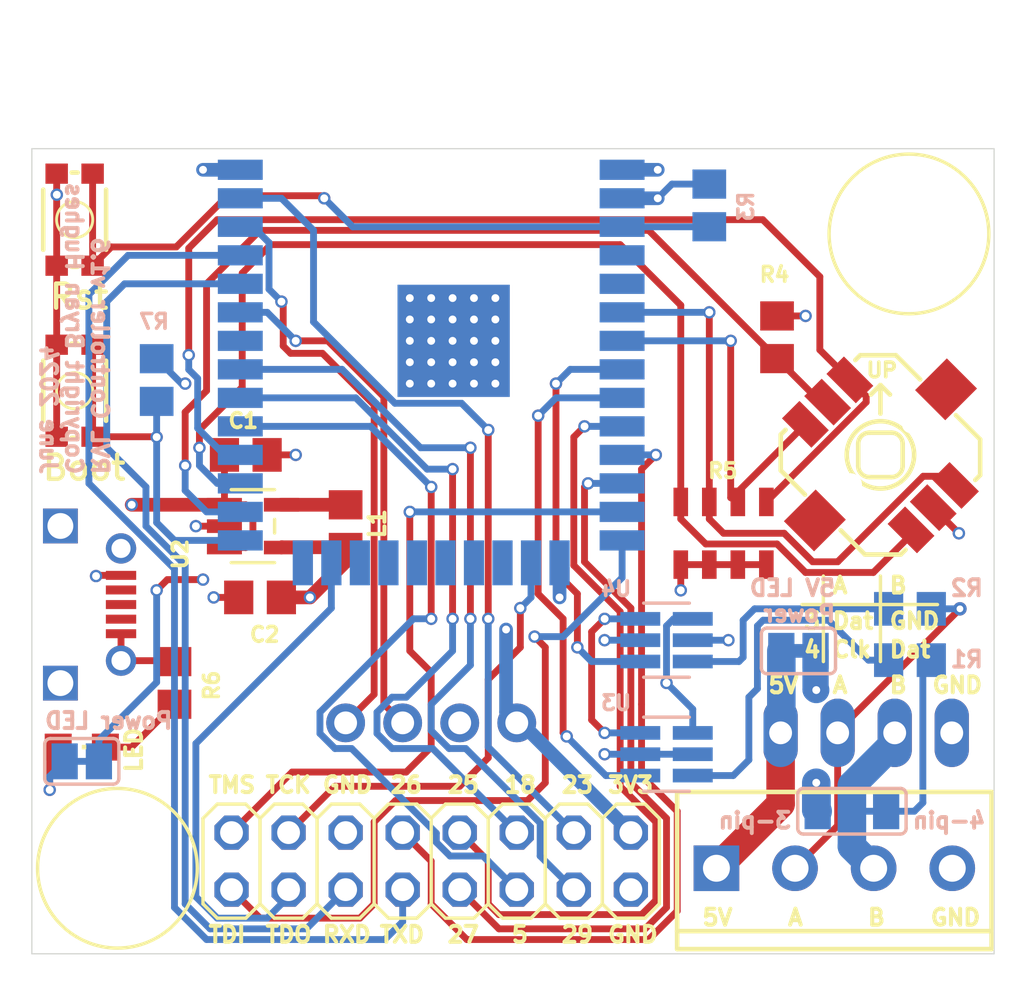
<source format=kicad_pcb>
(kicad_pcb (version 20221018) (generator pcbnew)
  (layers (0 "F.Cu" signal) (1 "In1.Cu" signal) (2 "In2.Cu" signal) (31 "B.Cu" signal) (34 "B.Paste" user) (35 "F.Paste" user) (36 "B.SilkS" user "B.Silkscreen") (37 "F.SilkS" user "F.Silkscreen") (38 "B.Mask" user) (39 "F.Mask" user) (44 "Edge.Cuts" user))
  (net 0 "")
  (net 1 "GND")
  (net 2 "+3.3V")
  (net 3 "Net-(J1-Pad2)")
  (net 4 "+5V")
  (net 5 "LED_CLOCK")
  (net 6 "LED_DATA")
  (net 7 "Net-(J1-Pad3)")
  (net 8 "TXD")
  (net 9 "RXD")
  (net 10 "GPIO23")
  (net 11 "SDA")
  (net 12 "SCL")
  (net 13 "Net-(U2-SW)")
  (net 14 "DOWN")
  (net 15 "UP")
  (net 16 "LEFT")
  (net 17 "RIGHT")
  (net 18 "CENTER")
  (net 19 "TDO")
  (net 20 "TDI")
  (net 21 "TCK")
  (net 22 "TMS")
  (net 23 "Net-(LED1-PadC)")
  (net 24 "GPIO27")
  (net 25 "GPIO25")
  (net 26 "GPIO26")
  (net 27 "Net-(U3-A)")
  (net 28 "Net-(U4-A)")
  (net 29 "GPIO5")
  (net 30 "GPIO18")
  (net 31 "GPIO19")
  (net 32 "Net-(U$2-EN)")
  (net 33 "Net-(U$2-IO0)")
  (footprint "controller:SCREWTERMINAL-3.5MM-4" (layer "F.Cu") (at 157.55985 119.1261)
    (fp_text reference "J1" hide)
    (fp_text value "CONN_04SCREW")
  )
  (footprint "controller:R0805" (layer "F.Cu") (at 133.42985 110.8711 -90)
    (fp_text reference "R6")
    (fp_text value "1k" hide)
  )
  (footprint "controller:1X04" (layer "F.Cu") (at 164.22735 113.0936)
    (fp_text reference "JP1" hide)
    (fp_text value "PINHD-1X4")
  )
  (footprint "controller:MF05A-M" (layer "F.Cu") (at 136.92235 103.8861)
    (fp_text reference "U2")
    (fp_text value "LM3671MF-3.3/NOPBMF05A-M" hide)
  )
  (footprint "MountingHole:MountingHole_3.5mm" (layer "F.Cu") (at 166.116 90.932)
    (fp_text reference "H2" hide)
    (fp_text value "MountingHole")
  )
  (footprint "controller:TACTILE_SWITCH_SMD_4.6X2.8MM" (layer "F.Cu") (at 128.98485 97.8536 90)
    (fp_text reference "S2" hide)
    (fp_text value "MOMENTARY-SWITCH-SPST-2-SMD-4.6X2.8MM")
  )
  (footprint "controller:TACTILE_SWITCH_SMD_4.6X2.8MM" (layer "F.Cu") (at 128.98485 90.2336 -90)
    (fp_text reference "S3" hide)
    (fp_text value "MOMENTARY-SWITCH-SPST-2-SMD-4.6X2.8MM")
  )
  (footprint "controller:CHIPLED_0805" (layer "F.Cu") (at 129.30235 113.7286 -90)
    (fp_text reference "LED1" hide)
    (fp_text value "Power" hide)
  )
  (footprint "controller:R0805" (layer "F.Cu") (at 160.2586 95.47235 90)
    (fp_text reference "R4")
    (fp_text value "10k" hide)
  )
  (footprint "controller:JOYSTICK_MINI" (layer "F.Cu") (at 164.86235 100.7111 -45)
    (fp_text reference "S1" hide)
    (fp_text value "JOYSTICK_MINI")
  )
  (footprint "controller:C0805" (layer "F.Cu") (at 141.04985 103.8861 -90)
    (fp_text reference "L1")
    (fp_text value "2.2uH")
  )
  (footprint "controller:2012-4N-CONCAVE" (layer "F.Cu") (at 157.87735 104.2036)
    (fp_text reference "R5")
    (fp_text value "10k" hide)
  )
  (footprint "controller:C0805" (layer "F.Cu") (at 137.23985 107.0611 180)
    (fp_text reference "C2")
    (fp_text value "10uF" hide)
  )
  (footprint "controller:2X08" (layer "F.Cu") (at 144.85985 118.8086 180)
    (fp_text reference "JP2" hide)
    (fp_text value "PINHD-2X8")
  )
  (footprint "controller:C0805" (layer "F.Cu") (at 136.60485 100.7111)
    (fp_text reference "C1")
    (fp_text value "4.7uF" hide)
  )
  (footprint "controller:SSD1306-OLED" (layer "F.Cu") (at 144.85985 114.6811)
    (fp_text reference "U$5" hide)
    (fp_text value "SSD1306-OLED" hide)
  )
  (footprint "MountingHole:MountingHole_3.5mm" (layer "F.Cu") (at 130.81 119.126)
    (fp_text reference "H1" hide)
    (fp_text value "MountingHole")
  )
  (footprint "controller:10118194-MICRO-USB" (layer "F.Cu") (at 128.34985 107.3786 -90)
    (fp_text reference "U1" hide)
    (fp_text value "10118194-MICRO-USB" hide)
  )
  (footprint "controller:DBV6-M" (layer "B.Cu") (at 155.33735 114.0461 180)
    (fp_text reference "U3")
    (fp_text value "SN74LVC1T45DBVRDBV6-M" hide)
  )
  (footprint "controller:R0805" (layer "B.Cu") (at 166.177 109.855)
    (fp_text reference "R1")
    (fp_text value "220")
  )
  (footprint "controller:SJ_2" (layer "B.Cu") (at 163.59235 116.5861 180)
    (fp_text reference "SJ1" hide)
    (fp_text value "LED Type")
  )
  (footprint "controller:SJ" (layer "B.Cu") (at 161.2111 109.44235)
    (fp_text reference "SJ3" hide)
    (fp_text value "SJ")
  )
  (footprint "controller:R0805" (layer "B.Cu") (at 132.6361 97.37735 90)
    (fp_text reference "R7")
    (fp_text value "10k" hide)
  )
  (footprint "controller:DBV6-M" (layer "B.Cu") (at 155.33735 108.9661 180)
    (fp_text reference "U4")
    (fp_text value "SN74LVC1T45DBVRDBV6-M" hide)
  )
  (footprint "controller:SJ" (layer "B.Cu") (at 129.30235 114.3636 180)
    (fp_text reference "SJ2" hide)
    (fp_text value "SJ")
  )
  (footprint "controller:ESP32-WROOM-32D" (layer "B.Cu") (at 144.85985 88.0111 180)
    (fp_text reference "U$2" hide)
    (fp_text value "ESP32-WROOM-32D" hide)
  )
  (footprint "controller:R0805" (layer "B.Cu") (at 166.177 107.569)
    (fp_text reference "R2")
    (fp_text value "220")
  )
  (footprint "controller:R0805" (layer "B.Cu") (at 157.24235 89.5986 90)
    (fp_text reference "R3")
    (fp_text value "10k" hide)
  )
  (gr_line (start 162.32235 106.1086) (end 162.32235 109.9186) (stroke (width 0.1524)) (layer "F.SilkS"))
  (gr_circle (center 130.88985 119.1261) (end 134.44585 119.1261) (stroke (width 0.1524)) (fill none) (layer "F.SilkS"))
  (gr_line (start 164.86235 106.1086) (end 164.86235 109.9186) (stroke (width 0.1524)) (layer "F.SilkS"))
  (gr_circle (center 166.13235 90.8686) (end 169.68835 90.8686) (stroke (width 0.1524)) (fill none) (layer "F.SilkS"))
  (gr_line (start 161.36985 107.3786) (end 167.40235 107.3786) (stroke (width 0.1524)) (layer "F.SilkS"))
  (gr_line (start 169.92235 122.9361) (end 169.92235 87.0711) (stroke (width 0.05)) (layer "Edge.Cuts"))
  (gr_line (start 169.92235 87.0711) (end 127.07985 87.0711) (stroke (width 0.05)) (layer "Edge.Cuts"))
  (gr_line (start 127.07985 87.0711) (end 127.07985 122.9361) (stroke (width 0.05)) (layer "Edge.Cuts"))
  (gr_line (start 127.07985 122.9361) (end 169.92235 122.9361) (stroke (width 0.05)) (layer "Edge.Cuts"))
  (gr_text "5V LED\nPower" (at 162.941 108.204) (layer "B.SilkS") (effects (font (size 0.7112 0.7112) (thickness 0.1778)) (justify left bottom mirror)))
  (gr_text "4-pin" (at 169.62485 116.5861) (layer "B.SilkS") (effects (font (size 0.7112 0.7112) (thickness 0.1778)) (justify left top mirror)))
  (gr_text "3-pin" (at 157.55985 116.5861) (layer "B.SilkS") (effects (font (size 0.7112 0.7112) (thickness 0.1778)) (justify right top mirror)))
  (gr_text "Power LED" (at 133.42985 112.1411) (layer "B.SilkS") (effects (font (size 0.7112 0.7112) (thickness 0.1778)) (justify left top mirror)))
  (gr_text "RVL Controller v1.6\nCopyright Bryan Hughes\nJune 2024" (at 127.39735 101.6636 270) (layer "B.SilkS") (effects (font (size 0.7112 0.7112) (thickness 0.1778)) (justify left bottom mirror)))
  (gr_text "GND" (at 167.08485 110.5536) (layer "F.SilkS") (effects (font (size 0.7112 0.7112) (thickness 0.1778)) (justify left top)))
  (gr_text "A" (at 160.655 120.904) (layer "F.SilkS") (effects (font (size 0.7112 0.7112) (thickness 0.1778)) (justify left top)))
  (gr_text "Boot" (at 127.46085 101.9176) (layer "F.SilkS") (effects (font (size 1.0795 1.0795) (thickness 0.1905)) (justify left bottom)))
  (gr_text "TCK" (at 137.3986 114.9986) (layer "F.SilkS") (effects (font (size 0.7112 0.7112) (thickness 0.1778)) (justify left top)))
  (gr_text "TDO" (at 137.3986 121.6661) (layer "F.SilkS") (effects (font (size 0.7112 0.7112) (thickness 0.1778)) (justify left top)))
  (gr_text "LED" (at 131.20735 112.7761 90) (layer "F.SilkS") (effects (font (size 0.7112 0.7112) (thickness 0.1778)) (justify right top)))
  (gr_text "25" (at 145.49485 114.9986) (layer "F.SilkS") (effects (font (size 0.7112 0.7112) (thickness 0.1778)) (justify left top)))
  (gr_text "GND" (at 167.005 120.904) (layer "F.SilkS") (effects (font (size 0.7112 0.7112) (thickness 0.1778)) (justify left top)))
  (gr_text "4" (at 161.36985 108.9661) (layer "F.SilkS") (effects (font (size 0.7112 0.7112) (thickness 0.1778)) (justify left top)))
  (gr_text "23" (at 150.57485 114.9986) (layer "F.SilkS") (effects (font (size 0.7112 0.7112) (thickness 0.1778)) (justify left top)))
  (gr_text "27" (at 145.49485 121.6661) (layer "F.SilkS") (effects (font (size 0.7112 0.7112) (thickness 0.1778)) (justify left top)))
  (gr_text "B" (at 165.17985 106.1086) (layer "F.SilkS") (effects (font (size 0.7112 0.7112) (thickness 0.1778)) (justify left top)))
  (gr_text "29" (at 150.57485 121.6661) (layer "F.SilkS") (effects (font (size 0.7112 0.7112) (thickness 0.1778)) (justify left top)))
  (gr_text "Dat" (at 162.63985 107.6961) (layer "F.SilkS") (effects (font (size 0.7112 0.7112) (thickness 0.1778)) (justify left top)))
  (gr_text "GND" (at 165.17985 107.6961) (layer "F.SilkS") (effects (font (size 0.7112 0.7112) (thickness 0.1778)) (justify left top)))
  (gr_text "5V" (at 159.78235 110.5536) (layer "F.SilkS") (effects (font (size 0.7112 0.7112) (thickness 0.1778)) (justify left top)))
  (gr_text "3V3" (at 152.6386 114.9986) (layer "F.SilkS") (effects (font (size 0.7112 0.7112) (thickness 0.1778)) (justify left top)))
  (gr_text "TXD" (at 142.4786 121.6661) (layer "F.SilkS") (effects (font (size 0.7112 0.7112) (thickness 0.1778)) (justify left top)))
  (gr_text "26" (at 142.95485 114.9986) (layer "F.SilkS") (effects (font (size 0.7112 0.7112) (thickness 0.1778)) (justify left top)))
  (gr_text "A" (at 162.63985 110.5536) (layer "F.SilkS") (effects (font (size 0.7112 0.7112) (thickness 0.1778)) (justify left top)))
  (gr_text "GND" (at 152.6386 121.6661) (layer "F.SilkS") (effects (font (size 0.7112 0.7112) (thickness 0.1778)) (justify left top)))
  (gr_text "3" (at 161.36985 107.6961) (layer "F.SilkS") (effects (font (size 0.7112 0.7112) (thickness 0.1778)) (justify left top)))
  (gr_text "Clk" (at 162.63985 108.9661) (layer "F.SilkS") (effects (font (size 0.7112 0.7112) (thickness 0.1778)) (justify left top)))
  (gr_text "Dat" (at 165.17985 108.9661) (layer "F.SilkS") (effects (font (size 0.7112 0.7112) (thickness 0.1778)) (justify left top)))
  (gr_text "RXD" (at 139.9386 121.6661) (layer "F.SilkS") (effects (font (size 0.7112 0.7112) (thickness 0.1778)) (justify left top)))
  (gr_text "5V" (at 156.845 120.904) (layer "F.SilkS") (effects (font (size 0.7112 0.7112) (thickness 0.1778)) (justify left top)))
  (gr_text "A" (at 162.63985 106.1086) (layer "F.SilkS") (effects (font (size 0.7112 0.7112) (thickness 0.1778)) (justify left top)))
  (gr_text "18" (at 148.03485 114.9986) (layer "F.SilkS") (effects (font (size 0.7112 0.7112) (thickness 0.1778)) (justify left top)))
  (gr_text "5" (at 148.35235 121.6661) (layer "F.SilkS") (effects (font (size 0.7112 0.7112) (thickness 0.1778)) (justify left top)))
  (gr_text "B" (at 164.211 120.904) (layer "F.SilkS") (effects (font (size 0.7112 0.7112) (thickness 0.1778)) (justify left top)))
  (gr_text "TDI" (at 134.8586 121.6661) (layer "F.SilkS") (effects (font (size 0.7112 0.7112) (thickness 0.1778)) (justify left top)))
  (gr_text "GND" (at 139.9386 114.9986) (layer "F.SilkS") (effects (font (size 0.7112 0.7112) (thickness 0.1778)) (justify left top)))
  (gr_text "TMS" (at 134.8586 114.9986) (layer "F.SilkS") (effects (font (size 0.7112 0.7112) (thickness 0.1778)) (justify left top)))
  (gr_text "Rst" (at 127.77835 94.2976) (layer "F.SilkS") (effects (font (size 1.0795 1.0795) (thickness 0.1905)) (justify left bottom)))
  (gr_text "B" (at 165.17985 110.5536) (layer "F.SilkS") (effects (font (size 0.7112 0.7112) (thickness 0.1778)) (justify left top)))
  (segment (start 168.354846 104.2036) (end 168.35485 104.2036) (width 0.3048) (layer "F.Cu") (net 1))
  (segment (start 128.18485 89.1161) (end 128.18485 88.1836) (width 0.3048) (layer "F.Cu") (net 1))
  (segment (start 128.18485 89.1286) (end 128.1911 89.12235) (width 0.3048) (layer "F.Cu") (net 1))
  (segment (start 128.18485 95.8036) (end 128.18485 92.2836) (width 0.3048) (layer "F.Cu") (net 1))
  (segment (start 131.04985 108.6786) (end 131.04985 109.8786) (width 0.3048) (layer "F.Cu") (net 1))
  (segment (start 128.18485 99.9036) (end 128.18485 95.8036) (width 0.3048) (layer "F.Cu") (net 1))
  (segment (start 131.04985 109.8786) (end 133.38735 109.8786) (width 0.3048) (layer "F.Cu") (net 1))
  (segment (start 133.38735 109.8786) (end 133.42985 109.9211) (width 0.3048) (layer "F.Cu") (net 1))
  (segment (start 128.18485 92.2836) (end 128.18485 89.1286) (width 0.3048) (layer "F.Cu") (net 1))
  (segment (start 128.1911 89.12235) (end 128.18485 89.1161) (width 0.3048) (layer "F.Cu") (net 1))
  (segment (start 136.28985 107.0611) (end 135.1761 107.0611) (width 0.3048) (layer "F.Cu") (net 1))
  (segment (start 167.213478 103.062232) (end 168.354846 104.2036) (width 0.3048) (layer "F.Cu") (net 1))
  (segment (start 135.65315 103.8861) (end 134.38235 103.8861) (width 0.3048) (layer "F.Cu") (net 1))
  (segment (start 137.55485 100.7111) (end 138.82735 100.7111) (width 0.3048) (layer "F.Cu") (net 1))
  (via (at 145.81235 93.7261) (size 0.5532) (drill 0.35) (layers "F.Cu" "B.Cu") (net 1))
  (via (at 144.85985 96.5836) (size 0.5532) (drill 0.35) (layers "F.Cu" "B.Cu") (net 1))
  (via (at 143.90735 94.6786) (size 0.5532) (drill 0.35) (layers "F.Cu" "B.Cu") (net 1))
  (via (at 158.09325 108.9661) (size 0.5532) (drill 0.35) (layers "F.Cu" "B.Cu") (net 1))
  (via (at 143.90735 95.6311) (size 0.5532) (drill 0.35) (layers "F.Cu" "B.Cu") (net 1))
  (via (at 147.71735 97.5361) (size 0.5532) (drill 0.35) (layers "F.Cu" "B.Cu") (net 1))
  (via (at 147.71735 93.7261) (size 0.5532) (drill 0.35) (layers "F.Cu" "B.Cu") (net 1))
  (via (at 145.81235 95.6311) (size 0.5532) (drill 0.35) (layers "F.Cu" "B.Cu") (net 1))
  (via (at 145.81235 96.5836) (size 0.5532) (drill 0.35) (layers "F.Cu" "B.Cu") (net 1))
  (via (at 145.81235 94.6786) (size 0.5532) (drill 0.35) (layers "F.Cu" "B.Cu") (net 1))
  (via (at 152.58145 114.0461) (size 0.5532) (drill 0.35) (layers "F.Cu" "B.Cu") (net 1))
  (via (at 146.76485 94.6786) (size 0.5532) (drill 0.35) (layers "F.Cu" "B.Cu") (net 1))
  (via (at 146.76485 95.6311) (size 0.5532) (drill 0.35) (layers "F.Cu" "B.Cu") (net 1))
  (via (at 146.76485 93.7261) (size 0.5532) (drill 0.35) (layers "F.Cu" "B.Cu") (net 1))
  (via (at 135.1761 107.0611) (size 0.5532) (drill 0.35) (layers "F.Cu" "B.Cu") (net 1))
  (via (at 152.58145 108.9661) (size 0.5532) (drill 0.35) (layers "F.Cu" "B.Cu") (net 1))
  (via (at 154.94735 88.0111) (size 0.5532) (drill 0.35) (layers "F.Cu" "B.Cu") (net 1))
  (via (at 146.76485 97.5361) (size 0.5532) (drill 0.35) (layers "F.Cu" "B.Cu") (net 1))
  (via (at 143.90735 93.7261) (size 0.5532) (drill 0.35) (layers "F.Cu" "B.Cu") (net 1))
  (via (at 162.00485 115.3161) (size 0.5532) (drill 0.35) (layers "F.Cu" "B.Cu") (net 1))
  (via (at 147.71735 95.6311) (size 0.5532) (drill 0.35) (layers "F.Cu" "B.Cu") (net 1))
  (via (at 138.82735 100.7111) (size 0.5532) (drill 0.35) (layers "F.Cu" "B.Cu") (net 1))
  (via (at 150.57485 107.0611) (size 0.5532) (drill 0.35) (layers "F.Cu" "B.Cu") (net 1))
  (via (at 147.71735 96.5836) (size 0.5532) (drill 0.35) (layers "F.Cu" "B.Cu") (net 1))
  (via (at 143.90735 97.5361) (size 0.5532) (drill 0.35) (layers "F.Cu" "B.Cu") (net 1))
  (via (at 145.81235 97.5361) (size 0.5532) (drill 0.35) (layers "F.Cu" "B.Cu") (net 1))
  (via (at 144.85985 94.6786) (size 0.5532) (drill 0.35) (layers "F.Cu" "B.Cu") (net 1))
  (via (at 128.1911 89.12235) (size 0.5532) (drill 0.35) (layers "F.Cu" "B.Cu") (net 1))
  (via (at 144.85985 93.7261) (size 0.5532) (drill 0.35) (layers "F.Cu" "B.Cu") (net 1))
  (via (at 147.71735 94.6786) (size 0.5532) (drill 0.35) (layers "F.Cu" "B.Cu") (net 1))
  (via (at 143.90735 96.5836) (size 0.5532) (drill 0.35) (layers "F.Cu" "B.Cu") (net 1))
  (via (at 134.69985 88.0111) (size 0.5532) (drill 0.35) (layers "F.Cu" "B.Cu") (net 1))
  (via (at 146.76485 96.5836) (size 0.5532) (drill 0.35) (layers "F.Cu" "B.Cu") (net 1))
  (via (at 144.85985 97.5361) (size 0.5532) (drill 0.35) (layers "F.Cu" "B.Cu") (net 1))
  (via (at 144.85985 95.6311) (size 0.5532) (drill 0.35) (layers "F.Cu" "B.Cu") (net 1))
  (via (at 134.38235 103.8861) (size 0.5532) (drill 0.35) (layers "F.Cu" "B.Cu") (net 1))
  (via (at 168.35485 104.2036) (size 0.5532) (drill 0.35) (layers "F.Cu" "B.Cu") (net 1))
  (segment (start 150.57485 105.5211) (end 150.57485 107.0611) (width 0.6096) (layer "B.Cu") (net 1))
  (segment (start 153.35985 88.0111) (end 154.94735 88.0111) (width 0.6096) (layer "B.Cu") (net 1))
  (segment (start 162.00485 116.5226) (end 162.06835 116.5861) (width 1.27) (layer "B.Cu") (net 1))
  (segment (start 162.00485 115.3161) (end 162.00485 116.5226) (width 1.27) (layer "B.Cu") (net 1))
  (segment (start 136.35985 88.0111) (end 134.69985 88.0111) (width 0.6096) (layer "B.Cu") (net 1))
  (segment (start 152.58145 108.9661) (end 154.16895 108.9661) (width 0.3048) (layer "B.Cu") (net 1))
  (segment (start 145.85985 95.6311) (end 145.81235 95.6786) (width 0.6096) (layer "B.Cu") (net 1))
  (segment (start 145.81235 95.6786) (end 145.81235 96.5836) (width 0.6096) (layer "B.Cu") (net 1))
  (segment (start 156.50575 108.9661) (end 158.09325 108.9661) (width 0.3048) (layer "B.Cu") (net 1))
  (segment (start 154.16895 114.0461) (end 156.50575 114.0461) (width 0.3048) (layer "B.Cu") (net 1))
  (segment (start 152.58145 114.0461) (end 154.16895 114.0461) (width 0.3048) (layer "B.Cu") (net 1))
  (segment (start 127.8736 114.10735) (end 128.25235 113.7286) (width 0.3048) (layer "F.Cu") (net 2))
  (segment (start 152.58145 108.0161) (end 152.0036 108.59395) (width 0.3048) (layer "F.Cu") (net 2))
  (segment (start 152.0036 112.51825) (end 152.58145 113.0961) (width 0.3048) (layer "F.Cu") (net 2))
  (segment (start 133.11235 106.26735) (end 134.69985 106.26735) (width 0.3048) (layer "F.Cu") (net 2))
  (segment (start 161.5261 94.52235) (end 161.5286 94.51985) (width 0.3048) (layer "F.Cu") (net 2))
  (segment (start 141.04985 104.8261) (end 141.04985 105.4711) (width 0.6096) (layer "F.Cu") (net 2))
  (segment (start 152.0036 108.59395) (end 152.0036 112.51825) (width 0.3048) (layer "F.Cu") (net 2))
  (segment (start 157.24235 105.6006) (end 158.51235 105.6006) (width 0.3048) (layer "F.Cu") (net 2))
  (segment (start 155.97235 106.7436) (end 155.97235 105.6006) (width 0.3048) (layer "F.Cu") (net 2))
  (segment (start 138.20405 104.8261) (end 141.04985 104.8261) (width 0.6096) (layer "F.Cu") (net 2))
  (segment (start 155.97235 105.6006) (end 157.24235 105.6006) (width 0.3048) (layer "F.Cu") (net 2))
  (segment (start 141.04985 105.4711) (end 139.45985 107.0611) (width 0.6096) (layer "F.Cu") (net 2))
  (segment (start 158.51235 105.6006) (end 159.78235 105.6006) (width 0.3048) (layer "F.Cu") (net 2))
  (segment (start 160.2586 94.52235) (end 161.5261 94.52235) (width 0.3048) (layer "F.Cu") (net 2))
  (segment (start 139.45985 107.0611) (end 138.18985 107.0611) (width 0.6096) (layer "F.Cu") (net 2))
  (segment (start 132.6361 106.7436) (end 133.11235 106.26735) (width 0.3048) (layer "F.Cu") (net 2))
  (segment (start 138.19155 104.8386) (end 138.20405 104.8261) (width 0.6096) (layer "F.Cu") (net 2))
  (segment (start 127.8736 115.6336) (end 127.8736 114.10735) (width 0.3048) (layer "F.Cu") (net 2))
  (via (at 161.5286 94.51985) (size 0.5532) (drill 0.35) (layers "F.Cu" "B.Cu") (net 2))
  (via (at 139.45985 107.0611) (size 0.5532) (drill 0.35) (layers "F.Cu" "B.Cu") (net 2))
  (via (at 152.58145 108.0161) (size 0.5532) (drill 0.35) (layers "F.Cu" "B.Cu") (net 2))
  (via (at 152.58145 113.0961) (size 0.5532) (drill 0.35) (layers "F.Cu" "B.Cu") (net 2))
  (via (at 155.97235 106.7436) (size 0.5532) (drill 0.35) (layers "F.Cu" "B.Cu") (net 2))
  (via (at 134.69985 106.26735) (size 0.5532) (drill 0.35) (layers "F.Cu" "B.Cu") (net 2))
  (via (at 132.6361 106.7436) (size 0.5532) (drill 0.35) (layers "F.Cu" "B.Cu") (net 2))
  (via (at 148.1936 108.48985) (size 0.5532) (drill 0.35) (layers "F.Cu" "B.Cu") (net 2))
  (via (at 127.8736 115.6336) (size 0.5532) (drill 0.35) (layers "F.Cu" "B.Cu") (net 2))
  (via (at 133.9061 97.5361) (size 0.5532) (drill 0.35) (layers "F.Cu" "B.Cu") (net 2))
  (via (at 154.94735 89.2811) (size 0.5532) (drill 0.35) (layers "F.Cu" "B.Cu") (net 2))
  (segment (start 132.6361 106.7436) (end 132.6361 110.83935) (width 0.3048) (layer "B.Cu") (net 2))
  (segment (start 132.6361 110.83935) (end 130.06435 113.4111) (width 0.3048) (layer "B.Cu") (net 2))
  (segment (start 153.74985 117.5386) (end 148.86035 112.6491) (width 0.6096) (layer "B.Cu") (net 2))
  (segment (start 127.8736 115.03035) (end 127.8736 115.6336) (width 0.3048) (layer "B.Cu") (net 2))
  (segment (start 133.74485 97.5361) (end 133.9061 97.5361) (width 0.3048) (layer "B.Cu") (net 2))
  (segment (start 148.1936 112.17285) (end 148.1936 108.48985) (width 0.6096) (layer "B.Cu") (net 2))
  (segment (start 153.35985 89.2811) (end 154.94735 89.2811) (width 0.6096) (layer "B.Cu") (net 2))
  (segment (start 148.86035 112.6491) (end 148.66985 112.6491) (width 0.6096) (layer "B.Cu") (net 2))
  (segment (start 130.06435 114.3636) (end 128.54035 114.3636) (width 0.3048) (layer "B.Cu") (net 2))
  (segment (start 148.66985 112.6491) (end 148.1936 112.17285) (width 0.6096) (layer "B.Cu") (net 2))
  (segment (start 130.06435 113.4111) (end 130.06435 114.3636) (width 0.3048) (layer "B.Cu") (net 2))
  (segment (start 132.6361 96.42735) (end 133.74485 97.5361) (width 0.3048) (layer "B.Cu") (net 2))
  (segment (start 152.58145 113.0961) (end 154.16895 113.0961) (width 0.3048) (layer "B.Cu") (net 2))
  (segment (start 152.58145 108.0161) (end 154.16895 108.0161) (width 0.3048) (layer "B.Cu") (net 2))
  (segment (start 157.24235 88.6486) (end 155.57985 88.6486) (width 0.3048) (layer "B.Cu") (net 2))
  (segment (start 155.57985 88.6486) (end 154.94735 89.2811) (width 0.3048) (layer "B.Cu") (net 2))
  (segment (start 128.54035 114.3636) (end 127.8736 115.03035) (width 0.3048) (layer "B.Cu") (net 2))
  (segment (start 162.95735 113.0936) (end 162.95735 117.2286) (width 0.3048) (layer "F.Cu") (net 3))
  (segment (start 162.95735 113.01365) (end 162.95735 113.0936) (width 0.3048) (layer "F.Cu") (net 3))
  (segment (start 168.402 107.569) (end 162.95735 113.01365) (width 0.3048) (layer "F.Cu") (net 3))
  (segment (start 162.95735 117.2286) (end 161.05985 119.1261) (width 0.3048) (layer "F.Cu") (net 3))
  (via (at 168.402 107.569) (size 0.6) (drill 0.3) (layers "F.Cu" "B.Cu") (net 3))
  (segment (start 167.127 107.569) (end 168.402 107.569) (width 0.3048) (layer "B.Cu") (net 3))
  (segment (start 162.95735 113.0936) (end 162.652112 113.0936) (width 0.3048) (layer "B.Cu") (net 3))
  (segment (start 135.65315 104.8386) (end 136.60485 104.8386) (width 0.3048) (layer "F.Cu") (net 4))
  (segment (start 136.92235 103.2511) (end 136.60485 102.9336) (width 0.3048) (layer "F.Cu") (net 4))
  (segment (start 136.60485 104.8386) (end 136.92235 104.5211) (width 0.3048) (layer "F.Cu") (net 4))
  (segment (start 131.04985 106.0786) (end 129.96735 106.0786) (width 0.3048) (layer "F.Cu") (net 4))
  (segment (start 135.65485 100.7111) (end 135.65485 102.9319) (width 0.3048) (layer "F.Cu") (net 4))
  (segment (start 160.41735 113.0936) (end 160.41735 116.2686) (width 1.27) (layer "F.Cu") (net 4))
  (segment (start 129.96735 106.0786) (end 129.93735 106.1086) (width 0.3048) (layer "F.Cu") (net 4))
  (segment (start 136.60485 102.9336) (end 135.65315 102.9336) (width 0.3048) (layer "F.Cu") (net 4))
  (segment (start 160.41735 116.2686) (end 157.55985 119.1261) (width 1.27) (layer "F.Cu") (net 4))
  (segment (start 135.65485 102.9319) (end 135.65315 102.9336) (width 0.3048) (layer "F.Cu") (net 4))
  (segment (start 131.52485 102.9336) (end 135.65315 102.9336) (width 0.6096) (layer "F.Cu") (net 4))
  (segment (start 136.92235 104.5211) (end 136.92235 103.2511) (width 0.3048) (layer "F.Cu") (net 4))
  (via (at 131.52485 102.9336) (size 0.5532) (drill 0.35) (layers "F.Cu" "B.Cu") (net 4))
  (via (at 162.00485 111.1886) (size 0.5532) (drill 0.35) (layers "F.Cu" "B.Cu") (net 4))
  (via (at 155.33735 110.8711) (size 0.5532) (drill 0.35) (layers "F.Cu" "B.Cu") (net 4))
  (via (at 129.93735 106.1086) (size 0.5532) (drill 0.35) (layers "F.Cu" "B.Cu") (net 4))
  (segment (start 155.33735 108.3311) (end 155.33735 110.8711) (width 0.3048) (layer "B.Cu") (net 4))
  (segment (start 155.33735 110.8711) (end 156.50575 112.0395) (width 0.3048) (layer "B.Cu") (net 4))
  (segment (start 155.65235 108.0161) (end 155.33735 108.3311) (width 0.3048) (layer "B.Cu") (net 4))
  (segment (start 160.4491 109.44235) (end 160.4491 113.06185) (width 1.27) (layer "B.Cu") (net 4))
  (segment (start 160.4491 113.06185) (end 160.41735 113.0936) (width 1.27) (layer "B.Cu") (net 4))
  (segment (start 160.4491 109.44235) (end 161.9731 109.44235) (width 0.6096) (layer "B.Cu") (net 4))
  (segment (start 161.9731 111.15685) (end 162.00485 111.1886) (width 1.1684) (layer "B.Cu") (net 4))
  (segment (start 156.50575 112.0395) (end 156.50575 113.0961) (width 0.3048) (layer "B.Cu") (net 4))
  (segment (start 161.9731 109.44235) (end 161.9731 111.15685) (width 1.1684) (layer "B.Cu") (net 4))
  (segment (start 156.50575 108.0161) (end 155.65235 108.0161) (width 0.3048) (layer "B.Cu") (net 4))
  (segment (start 151.3686 109.2836) (end 151.3686 106.90235) (width 0.3048) (layer "F.Cu") (net 5))
  (segment (start 150.4161 105.94985) (end 150.4161 97.5361) (width 0.3048) (layer "F.Cu") (net 5))
  (segment (start 151.3686 106.90235) (end 150.4161 105.94985) (width 0.3048) (layer "F.Cu") (net 5))
  (via (at 151.3686 109.2836) (size 0.5532) (drill 0.35) (layers "F.Cu" "B.Cu") (net 5))
  (via (at 150.4161 97.5361) (size 0.5532) (drill 0.35) (layers "F.Cu" "B.Cu") (net 5))
  (segment (start 150.4161 97.5361) (end 151.0511 96.9011) (width 0.3048) (layer "B.Cu") (net 5))
  (segment (start 151.0511 96.9011) (end 153.35985 96.9011) (width 0.3048) (layer "B.Cu") (net 5))
  (segment (start 154.16895 109.9161) (end 152.0011 109.9161) (width 0.3048) (layer "B.Cu") (net 5))
  (segment (start 152.0011 109.9161) (end 151.3686 109.2836) (width 0.3048) (layer "B.Cu") (net 5))
  (segment (start 150.7336 108.0136) (end 149.62235 106.90235) (width 0.3048) (layer "F.Cu") (net 6))
  (segment (start 150.89235 113.25235) (end 150.7336 113.0936) (width 0.3048) (layer "F.Cu") (net 6))
  (segment (start 150.7336 113.0936) (end 150.7336 108.0136) (width 0.3048) (layer "F.Cu") (net 6))
  (segment (start 149.62235 106.90235) (end 149.62235 98.96485) (width 0.3048) (layer "F.Cu") (net 6))
  (via (at 150.89235 113.25235) (size 0.5532) (drill 0.35) (layers "F.Cu" "B.Cu") (net 6))
  (via (at 149.62235 98.96485) (size 0.5532) (drill 0.35) (layers "F.Cu" "B.Cu") (net 6))
  (segment (start 149.62235 98.96485) (end 150.4161 98.1711) (width 0.3048) (layer "B.Cu") (net 6))
  (segment (start 152.6361 114.9961) (end 150.89235 113.25235) (width 0.3048) (layer "B.Cu") (net 6))
  (segment (start 154.16895 114.9961) (end 152.6361 114.9961) (width 0.3048) (layer "B.Cu") (net 6))
  (segment (start 150.4161 98.1711) (end 153.35985 98.1711) (width 0.3048) (layer "B.Cu") (net 6))
  (segment (start 167.127 109.855) (end 166.751 110.231) (width 0.3048) (layer "B.Cu") (net 7))
  (segment (start 165.49735 113.52165) (end 165.49735 113.0936) (width 1.27) (layer "B.Cu") (net 7))
  (segment (start 163.59235 116.5861) (end 163.59235 115.42665) (width 1.27) (layer "B.Cu") (net 7))
  (segment (start 163.59235 116.5861) (end 163.59235 118.1586) (width 1.27) (layer "B.Cu") (net 7))
  (segment (start 166.751 110.231) (end 166.751 116.205) (width 0.3048) (layer "B.Cu") (net 7))
  (segment (start 166.751 116.205) (end 166.3699 116.5861) (width 0.3048) (layer "B.Cu") (net 7))
  (segment (start 166.3699 116.5861) (end 165.11635 116.5861) (width 0.3048) (layer "B.Cu") (net 7))
  (segment (start 163.59235 115.42665) (end 165.49735 113.52165) (width 1.27) (layer "B.Cu") (net 7))
  (segment (start 165.11635 116.5861) (end 163.59235 116.5861) (width 0.3048) (layer "B.Cu") (net 7))
  (segment (start 163.59235 118.1586) (end 164.55985 119.1261) (width 1.27) (layer "B.Cu") (net 7))
  (segment (start 136.35985 91.8211) (end 131.3661 91.8211) (width 0.3048) (layer "B.Cu") (net 8))
  (segment (start 129.61985 93.56735) (end 129.61985 101.9811) (width 0.3048) (layer "B.Cu") (net 8))
  (segment (start 133.42985 105.7911) (end 133.42985 120.87235) (width 0.3048) (layer "B.Cu") (net 8))
  (segment (start 143.58985 121.50735) (end 143.58985 120.0786) (width 0.3048) (layer "B.Cu") (net 8))
  (segment (start 134.8586 122.3011) (end 142.7961 122.3011) (width 0.3048) (layer "B.Cu") (net 8))
  (segment (start 131.3661 91.8211) (end 129.61985 93.56735) (width 0.3048) (layer "B.Cu") (net 8))
  (segment (start 142.7961 122.3011) (end 143.58985 121.50735) (width 0.3048) (layer "B.Cu") (net 8))
  (segment (start 129.61985 101.9811) (end 133.42985 105.7911) (width 0.3048) (layer "B.Cu") (net 8))
  (segment (start 133.42985 120.87235) (end 134.8586 122.3011) (width 0.3048) (layer "B.Cu") (net 8))
  (segment (start 133.9061 120.7136) (end 135.01735 121.82485) (width 0.3048) (layer "B.Cu") (net 9))
  (segment (start 131.20735 93.0911) (end 130.4136 93.88485) (width 0.3048) (layer "B.Cu") (net 9))
  (segment (start 133.9061 105.63235) (end 133.9061 120.7136) (width 0.3048) (layer "B.Cu") (net 9))
  (segment (start 130.4136 100.3936) (end 132.15985 102.13985) (width 0.3048) (layer "B.Cu") (net 9))
  (segment (start 130.4136 93.88485) (end 130.4136 100.3936) (width 0.3048) (layer "B.Cu") (net 9))
  (segment (start 136.35985 93.0911) (end 131.20735 93.0911) (width 0.3048) (layer "B.Cu") (net 9))
  (segment (start 135.01735 121.82485) (end 139.3036 121.82485) (width 0.3048) (layer "B.Cu") (net 9))
  (segment (start 132.15985 103.8861) (end 133.9061 105.63235) (width 0.3048) (layer "B.Cu") (net 9))
  (segment (start 132.15985 102.13985) (end 132.15985 103.8861) (width 0.3048) (layer "B.Cu") (net 9))
  (segment (start 139.3036 121.82485) (end 141.04985 120.0786) (width 0.3048) (layer "B.Cu") (net 9))
  (segment (start 147.39985 108.0136) (end 147.39985 99.59985) (width 0.3048) (layer "F.Cu") (net 10))
  (via (at 147.39985 99.59985) (size 0.5532) (drill 0.35) (layers "F.Cu" "B.Cu") (net 10))
  (via (at 147.39985 108.0136) (size 0.5532) (drill 0.35) (layers "F.Cu" "B.Cu") (net 10))
  (segment (start 143.244118 98.4105) (end 139.6211 94.787482) (width 0.3048) (layer "B.Cu") (net 10))
  (segment (start 147.39985 99.59985) (end 146.2105 98.4105) (width 0.3048) (layer "B.Cu") (net 10))
  (segment (start 147.39985 113.7286) (end 147.39985 108.0136) (width 0.3048) (layer "B.Cu") (net 10))
  (segment (start 139.6211 90.70985) (end 138.19235 89.2811) (width 0.3048) (layer "B.Cu") (net 10))
  (segment (start 139.6211 94.787482) (end 139.6211 90.70985) (width 0.3048) (layer "B.Cu") (net 10))
  (segment (start 151.20985 117.5386) (end 147.39985 113.7286) (width 0.3048) (layer "B.Cu") (net 10))
  (segment (start 146.2105 98.4105) (end 143.244118 98.4105) (width 0.3048) (layer "B.Cu") (net 10))
  (segment (start 138.19235 89.2811) (end 136.35985 89.2811) (width 0.3048) (layer "B.Cu") (net 10))
  (segment (start 138.27135 95.861407) (end 138.597043 96.1871) (width 0.3048) (layer "F.Cu") (net 11))
  (segment (start 142.31985 111.3791) (end 141.04985 112.6491) (width 0.3048) (layer "F.Cu") (net 11))
  (segment (start 142.31985 98.4886) (end 142.31985 111.3791) (width 0.3048) (layer "F.Cu") (net 11))
  (segment (start 138.597043 96.1871) (end 140.01835 96.1871) (width 0.3048) (layer "F.Cu") (net 11))
  (segment (start 138.19235 93.88485) (end 138.27135 93.96385) (width 0.3048) (layer "F.Cu") (net 11))
  (segment (start 140.01835 96.1871) (end 142.31985 98.4886) (width 0.3048) (layer "F.Cu") (net 11))
  (segment (start 138.27135 93.96385) (end 138.27135 95.861407) (width 0.3048) (layer "F.Cu") (net 11))
  (via (at 138.19235 93.88485) (size 0.5532) (drill 0.35) (layers "F.Cu" "B.Cu") (net 11))
  (segment (start 137.63925 91.255369) (end 136.934981 90.5511) (width 0.3048) (layer "B.Cu") (net 11))
  (segment (start 138.19235 93.88485) (end 137.63925 93.33175) (width 0.3048) (layer "B.Cu") (net 11))
  (segment (start 137.63925 93.33175) (end 137.63925 91.255369) (width 0.3048) (layer "B.Cu") (net 11))
  (segment (start 136.934981 90.5511) (end 136.35985 90.5511) (width 0.3048) (layer "B.Cu") (net 11))
  (segment (start 142.75165 98.12665) (end 140.2561 95.6311) (width 0.3048) (layer "F.Cu") (net 12))
  (segment (start 140.2561 95.6311) (end 138.82735 95.6311) (width 0.3048) (layer "F.Cu") (net 12))
  (segment (start 143.58985 112.6491) (end 142.75165 111.8109) (width 0.3048) (layer "F.Cu") (net 12))
  (segment (start 142.75165 111.8109) (end 142.75165 98.12665) (width 0.3048) (layer "F.Cu") (net 12))
  (via (at 138.82735 95.6311) (size 0.5532) (drill 0.35) (layers "F.Cu" "B.Cu") (net 12))
  (segment (start 137.55735 94.3611) (end 138.82735 95.6311) (width 0.3048) (layer "B.Cu") (net 12))
  (segment (start 136.35985 94.3611) (end 137.55735 94.3611) (width 0.3048) (layer "B.Cu") (net 12))
  (segment (start 138.19155 102.9336) (end 141.03735 102.9336) (width 0.6096) (layer "F.Cu") (net 13))
  (segment (start 141.03735 102.9336) (end 141.04985 102.9461) (width 0.6096) (layer "F.Cu") (net 13))
  (segment (start 162.1636 92.7736) (end 159.6236 90.2336) (width 0.3048) (layer "F.Cu") (net 14))
  (segment (start 162.1636 96.032454) (end 162.1636 92.7736) (width 0.3048) (layer "F.Cu") (net 14))
  (segment (start 159.6236 90.2336) (end 135.33485 90.2336) (width 0.3048) (layer "F.Cu") (net 14))
  (segment (start 135.33485 90.2336) (end 134.06485 91.5036) (width 0.3048) (layer "F.Cu") (net 14))
  (segment (start 159.78235 102.8066) (end 164.22735 98.3616) (width 0.3048) (layer "F.Cu") (net 14))
  (segment (start 163.501168 97.370022) (end 162.1636 96.032454) (width 0.3048) (layer "F.Cu") (net 14))
  (segment (start 164.22735 98.3616) (end 164.22735 98.096204) (width 0.3048) (layer "F.Cu") (net 14))
  (segment (start 134.06485 91.5036) (end 134.06485 96.2661) (width 0.3048) (layer "F.Cu") (net 14))
  (segment (start 164.22735 98.096204) (end 163.501168 97.370022) (width 0.3048) (layer "F.Cu") (net 14))
  (via (at 134.06485 96.2661) (size 0.5532) (drill 0.35) (layers "F.Cu" "B.Cu") (net 14))
  (segment (start 134.06485 96.908544) (end 134.4621 97.305794) (width 0.3048) (layer "B.Cu") (net 14))
  (segment (start 134.4621 99.52085) (end 135.65235 100.7111) (width 0.3048) (layer "B.Cu") (net 14))
  (segment (start 134.4621 97.305794) (end 134.4621 99.52085) (width 0.3048) (layer "B.Cu") (net 14))
  (segment (start 135.65235 100.7111) (end 136.35985 100.7111) (width 0.3048) (layer "B.Cu") (net 14))
  (segment (start 134.06485 96.2661) (end 134.06485 96.908544) (width 0.3048) (layer "B.Cu") (net 14))
  (segment (start 136.4461 92.61485) (end 136.4461 97.69485) (width 0.3048) (layer "F.Cu") (net 15))
  (segment (start 160.2586 104.67985) (end 161.5286 105.94985) (width 0.3048) (layer "F.Cu") (net 15))
  (segment (start 164.54485 105.94985) (end 166.223528 104.271172) (width 0.3048) (layer "F.Cu") (net 15))
  (segment (start 166.223528 104.271172) (end 166.223528 104.052182) (width 0.3048) (layer "F.Cu") (net 15))
  (segment (start 161.5286 105.94985) (end 164.54485 105.94985) (width 0.3048) (layer "F.Cu") (net 15))
  (segment (start 155.97235 102.8066) (end 155.97235 94.0436) (width 0.3048) (layer "F.Cu") (net 15))
  (segment (start 155.97235 103.5686) (end 157.0836 104.67985) (width 0.3048) (layer "F.Cu") (net 15))
  (segment (start 134.5411 99.59985) (end 134.5411 100.3936) (width 0.3048) (layer "F.Cu") (net 15))
  (segment (start 157.0836 104.67985) (end 160.2586 104.67985) (width 0.3048) (layer "F.Cu") (net 15))
  (segment (start 153.2736 91.34485) (end 155.97235 94.0436) (width 0.3048) (layer "F.Cu") (net 15))
  (segment (start 155.97235 102.8066) (end 155.97235 103.5686) (width 0.3048) (layer "F.Cu") (net 15))
  (segment (start 136.4461 92.61485) (end 137.7161 91.34485) (width 0.3048) (layer "F.Cu") (net 15))
  (segment (start 137.7161 91.34485) (end 153.2736 91.34485) (width 0.3048) (layer "F.Cu") (net 15))
  (segment (start 136.4461 97.69485) (end 134.5411 99.59985) (width 0.3048) (layer "F.Cu") (net 15))
  (via (at 134.5411 100.3936) (size 0.5532) (drill 0.35) (layers "F.Cu" "B.Cu") (net 15))
  (segment (start 134.5411 101.18735) (end 135.33485 101.9811) (width 0.3048) (layer "B.Cu") (net 15))
  (segment (start 135.33485 101.9811) (end 136.35985 101.9811) (width 0.3048) (layer "B.Cu") (net 15))
  (segment (start 134.5411 100.3936) (end 134.5411 101.18735) (width 0.3048) (layer "B.Cu") (net 15))
  (segment (start 161.521268 99.349922) (end 158.51235 102.358841) (width 0.3048) (layer "F.Cu") (net 16))
  (segment (start 158.19485 102.6161) (end 158.19485 95.6311) (width 0.3048) (layer "F.Cu") (net 16))
  (segment (start 158.51235 102.8066) (end 158.428306 102.756175) (width 0.3048) (layer "F.Cu") (net 16))
  (segment (start 158.51235 102.358841) (end 158.51235 102.8066) (width 0.3048) (layer "F.Cu") (net 16))
  (segment (start 158.428306 102.756175) (end 158.19485 102.6161) (width 0.3048) (layer "F.Cu") (net 16))
  (via (at 158.19485 95.6311) (size 0.5532) (drill 0.35) (layers "F.Cu" "B.Cu") (net 16))
  (segment (start 158.19485 95.6311) (end 153.35985 95.6311) (width 0.3048) (layer "B.Cu") (net 16))
  (segment (start 157.24235 102.8066) (end 157.24235 94.3611) (width 0.3048) (layer "F.Cu") (net 17))
  (segment (start 157.24235 102.8066) (end 157.24235 103.5686) (width 0.3048) (layer "F.Cu") (net 17))
  (segment (start 160.5761 104.2036) (end 161.8461 105.4736) (width 0.3048) (layer "F.Cu") (net 17))
  (segment (start 157.24235 103.5686) (end 157.87735 104.2036) (width 0.3048) (layer "F.Cu") (net 17))
  (segment (start 167.794746 101.6636) (end 168.203428 102.072282) (width 0.3048) (layer "F.Cu") (net 17))
  (segment (start 161.8461 105.4736) (end 162.95735 105.4736) (width 0.3048) (layer "F.Cu") (net 17))
  (segment (start 157.87735 104.2036) (end 160.5761 104.2036) (width 0.3048) (layer "F.Cu") (net 17))
  (segment (start 166.76735 101.6636) (end 167.794746 101.6636) (width 0.3048) (layer "F.Cu") (net 17))
  (segment (start 162.95735 105.4736) (end 166.76735 101.6636) (width 0.3048) (layer "F.Cu") (net 17))
  (via (at 157.24235 94.3611) (size 0.5532) (drill 0.35) (layers "F.Cu" "B.Cu") (net 17))
  (segment (start 157.24235 94.3611) (end 153.35985 94.3611) (width 0.3048) (layer "B.Cu") (net 17))
  (segment (start 133.9061 98.8061) (end 133.9061 101.18735) (width 0.3048) (layer "F.Cu") (net 18))
  (segment (start 154.5461 90.70985) (end 137.23985 90.70985) (width 0.3048) (layer "F.Cu") (net 18))
  (segment (start 134.8586 97.8536) (end 133.9061 98.8061) (width 0.3048) (layer "F.Cu") (net 18))
  (segment (start 162.196221 98.359972) (end 160.2586 96.42235) (width 0.3048) (layer "F.Cu") (net 18))
  (segment (start 162.511218 98.359972) (end 162.196221 98.359972) (width 0.3048) (layer "F.Cu") (net 18))
  (segment (start 134.8586 93.0911) (end 134.8586 97.8536) (width 0.3048) (layer "F.Cu") (net 18))
  (segment (start 137.23985 90.70985) (end 134.8586 93.0911) (width 0.3048) (layer "F.Cu") (net 18))
  (segment (start 160.2586 96.42235) (end 154.5461 90.70985) (width 0.3048) (layer "F.Cu") (net 18))
  (via (at 133.9061 101.18735) (size 0.5532) (drill 0.35) (layers "F.Cu" "B.Cu") (net 18))
  (segment (start 134.8586 103.2511) (end 136.35985 103.2511) (width 0.3048) (layer "B.Cu") (net 18))
  (segment (start 133.9061 102.2986) (end 134.8586 103.2511) (width 0.3048) (layer "B.Cu") (net 18))
  (segment (start 133.9061 101.18735) (end 133.9061 102.2986) (width 0.3048) (layer "B.Cu") (net 18))
  (segment (start 134.38235 120.3961) (end 135.33485 121.3486) (width 0.3048) (layer "B.Cu") (net 19))
  (segment (start 135.33485 121.3486) (end 137.55735 121.3486) (width 0.3048) (layer "B.Cu") (net 19))
  (segment (start 140.41485 105.5211) (end 140.41485 107.53735) (width 0.3048) (layer "B.Cu") (net 19))
  (segment (start 137.55735 121.3486) (end 138.50985 120.3961) (width 0.3048) (layer "B.Cu") (net 19))
  (segment (start 134.38235 113.56985) (end 134.38235 120.3961) (width 0.3048) (layer "B.Cu") (net 19))
  (segment (start 140.41485 107.53735) (end 134.38235 113.56985) (width 0.3048) (layer "B.Cu") (net 19))
  (segment (start 138.50985 120.3961) (end 138.50985 120.0786) (width 0.3048) (layer "B.Cu") (net 19))
  (segment (start 141.68485 121.3486) (end 142.31985 120.7136) (width 0.3048) (layer "F.Cu") (net 20))
  (segment (start 149.1461 116.10985) (end 149.93985 115.3161) (width 0.3048) (layer "F.Cu") (net 20))
  (segment (start 135.96985 120.0786) (end 137.23985 121.3486) (width 0.3048) (layer "F.Cu") (net 20))
  (segment (start 142.31985 117.06235) (end 143.27235 116.10985) (width 0.3048) (layer "F.Cu") (net 20))
  (segment (start 149.93985 109.2836) (end 149.4636 108.80735) (width 0.3048) (layer "F.Cu") (net 20))
  (segment (start 149.93985 115.3161) (end 149.93985 109.2836) (width 0.3048) (layer "F.Cu") (net 20))
  (segment (start 137.23985 121.3486) (end 141.68485 121.3486) (width 0.3048) (layer "F.Cu") (net 20))
  (segment (start 142.31985 120.7136) (end 142.31985 117.06235) (width 0.3048) (layer "F.Cu") (net 20))
  (segment (start 143.27235 116.10985) (end 149.1461 116.10985) (width 0.3048) (layer "F.Cu") (net 20))
  (via (at 149.4636 108.80735) (size 0.5532) (drill 0.35) (layers "F.Cu" "B.Cu") (net 20))
  (segment (start 153.35985 104.5211) (end 153.35985 106.1811) (width 0.3048) (layer "B.Cu") (net 20))
  (segment (start 153.35985 106.1811) (end 150.7336 108.80735) (width 0.3048) (layer "B.Cu") (net 20))
  (segment (start 150.7336 108.80735) (end 149.4636 108.80735) (width 0.3048) (layer "B.Cu") (net 20))
  (segment (start 146.12985 115.47485) (end 147.39985 114.20485) (width 0.3048) (layer "F.Cu") (net 21))
  (segment (start 140.5736 115.47485) (end 146.12985 115.47485) (width 0.3048) (layer "F.Cu") (net 21))
  (segment (start 138.50985 117.5386) (end 140.5736 115.47485) (width 0.3048) (layer "F.Cu") (net 21))
  (segment (start 147.39985 110.71235) (end 148.8286 109.2836) (width 0.3048) (layer "F.Cu") (net 21))
  (segment (start 147.39985 114.20485) (end 147.39985 110.71235) (width 0.3048) (layer "F.Cu") (net 21))
  (segment (start 148.8286 109.2836) (end 148.8286 107.53735) (width 0.3048) (layer "F.Cu") (net 21))
  (via (at 148.8286 107.53735) (size 0.5532) (drill 0.35) (layers "F.Cu" "B.Cu") (net 21))
  (segment (start 149.30485 105.5211) (end 149.30485 107.0611) (width 0.3048) (layer "B.Cu") (net 21))
  (segment (start 149.30485 107.0611) (end 148.8286 107.53735) (width 0.3048) (layer "B.Cu") (net 21))
  (segment (start 144.85985 113.7286) (end 144.85985 110.39485) (width 0.3048) (layer "F.Cu") (net 22))
  (segment (start 143.7486 114.83985) (end 144.85985 113.7286) (width 0.3048) (layer "F.Cu") (net 22))
  (segment (start 135.96985 117.5386) (end 138.6686 114.83985) (width 0.3048) (layer "F.Cu") (net 22))
  (segment (start 138.6686 114.83985) (end 143.7486 114.83985) (width 0.3048) (layer "F.Cu") (net 22))
  (segment (start 144.85985 110.39485) (end 143.90735 109.44235) (width 0.3048) (layer "F.Cu") (net 22))
  (segment (start 143.90735 109.44235) (end 143.90735 103.2511) (width 0.3048) (layer "F.Cu") (net 22))
  (via (at 143.90735 103.2511) (size 0.5532) (drill 0.35) (layers "F.Cu" "B.Cu") (net 22))
  (segment (start 143.90735 103.2511) (end 153.35985 103.2511) (width 0.3048) (layer "B.Cu") (net 22))
  (segment (start 130.35235 113.7286) (end 131.52235 113.7286) (width 0.3048) (layer "F.Cu") (net 23))
  (segment (start 131.52235 113.7286) (end 133.42985 111.8211) (width 0.3048) (layer "F.Cu") (net 23))
  (segment (start 153.74985 107.53735) (end 151.6861 105.4736) (width 0.3048) (layer "F.Cu") (net 24))
  (segment (start 151.6861 105.4736) (end 151.6861 102.13985) (width 0.3048) (layer "F.Cu") (net 24))
  (segment (start 147.8761 121.82485) (end 154.38485 121.82485) (width 0.3048) (layer "F.Cu") (net 24))
  (segment (start 153.74985 115.3161) (end 153.74985 107.53735) (width 0.3048) (layer "F.Cu") (net 24))
  (segment (start 146.12985 120.0786) (end 147.8761 121.82485) (width 0.3048) (layer "F.Cu") (net 24))
  (segment (start 151.6861 102.13985) (end 151.84485 101.9811) (width 0.3048) (layer "F.Cu") (net 24))
  (segment (start 155.33735 120.87235) (end 155.33735 116.9036) (width 0.3048) (layer "F.Cu") (net 24))
  (segment (start 155.33735 116.9036) (end 153.74985 115.3161) (width 0.3048) (layer "F.Cu") (net 24))
  (segment (start 154.38485 121.82485) (end 155.33735 120.87235) (width 0.3048) (layer "F.Cu") (net 24))
  (via (at 151.84485 101.9811) (size 0.5532) (drill 0.35) (layers "F.Cu" "B.Cu") (net 24))
  (segment (start 151.84485 101.9811) (end 153.35985 101.9811) (width 0.3048) (layer "B.Cu") (net 24))
  (segment (start 147.39985 118.8086) (end 147.39985 120.7136) (width 0.3048) (layer "F.Cu") (net 25))
  (segment (start 153.2736 107.6961) (end 151.20985 105.63235) (width 0.3048) (layer "F.Cu") (net 25))
  (segment (start 154.2261 121.18985) (end 154.8611 120.55485) (width 0.3048) (layer "F.Cu") (net 25))
  (segment (start 151.20985 99.91735) (end 151.6861 99.4411) (width 0.3048) (layer "F.Cu") (net 25))
  (segment (start 147.39985 120.7136) (end 147.8761 121.18985) (width 0.3048) (layer "F.Cu") (net 25))
  (segment (start 154.8611 120.55485) (end 154.8611 117.06235) (width 0.3048) (layer "F.Cu") (net 25))
  (segment (start 153.2736 115.47485) (end 153.2736 107.6961) (width 0.3048) (layer "F.Cu") (net 25))
  (segment (start 146.12985 117.5386) (end 147.39985 118.8086) (width 0.3048) (layer "F.Cu") (net 25))
  (segment (start 151.20985 105.63235) (end 151.20985 99.91735) (width 0.3048) (layer "F.Cu") (net 25))
  (segment (start 154.8611 117.06235) (end 153.2736 115.47485) (width 0.3048) (layer "F.Cu") (net 25))
  (segment (start 147.8761 121.18985) (end 154.2261 121.18985) (width 0.3048) (layer "F.Cu") (net 25))
  (via (at 151.6861 99.4411) (size 0.5532) (drill 0.35) (layers "F.Cu" "B.Cu") (net 25))
  (segment (start 151.6861 99.4411) (end 153.35985 99.4411) (width 0.3048) (layer "B.Cu") (net 25))
  (segment (start 155.8136 116.5861) (end 154.2261 114.9986) (width 0.3048) (layer "F.Cu") (net 26))
  (segment (start 144.85985 118.8086) (end 144.85985 120.7136) (width 0.3048) (layer "F.Cu") (net 26))
  (segment (start 154.2261 111.8236) (end 154.2261 101.3461) (width 0.3048) (layer "F.Cu") (net 26))
  (segment (start 146.44735 122.3011) (end 154.5436 122.3011) (width 0.3048) (layer "F.Cu") (net 26))
  (segment (start 144.85985 120.7136) (end 146.44735 122.3011) (width 0.3048) (layer "F.Cu") (net 26))
  (segment (start 154.5436 122.3011) (end 155.8136 121.0311) (width 0.3048) (layer "F.Cu") (net 26))
  (segment (start 154.2261 114.9986) (end 154.2261 111.8236) (width 0.3048) (layer "F.Cu") (net 26))
  (segment (start 143.58985 117.5386) (end 144.85985 118.8086) (width 0.3048) (layer "F.Cu") (net 26))
  (segment (start 154.2261 101.3461) (end 154.8611 100.7111) (width 0.3048) (layer "F.Cu") (net 26))
  (segment (start 155.8136 121.0311) (end 155.8136 116.5861) (width 0.3048) (layer "F.Cu") (net 26))
  (via (at 154.8611 100.7111) (size 0.5532) (drill 0.35) (layers "F.Cu" "B.Cu") (net 26))
  (segment (start 154.8611 100.7111) (end 153.35985 100.7111) (width 0.3048) (layer "B.Cu") (net 26))
  (segment (start 164.32885 109.855) (end 165.227 109.855) (width 0.3048) (layer "B.Cu") (net 27))
  (segment (start 159.639 108.077) (end 162.55085 108.077) (width 0.3048) (layer "B.Cu") (net 27))
  (segment (start 159.004 114.3) (end 159.004 111.506) (width 0.3048) (layer "B.Cu") (net 27))
  (segment (start 159.004 111.506) (end 159.385 111.125) (width 0.3048) (layer "B.Cu") (net 27))
  (segment (start 162.55085 108.077) (end 164.32885 109.855) (width 0.3048) (layer "B.Cu") (net 27))
  (segment (start 158.3079 114.9961) (end 159.004 114.3) (width 0.3048) (layer "B.Cu") (net 27))
  (segment (start 159.385 108.331) (end 159.639 108.077) (width 0.3048) (layer "B.Cu") (net 27))
  (segment (start 159.385 111.125) (end 159.385 108.331) (width 0.3048) (layer "B.Cu") (net 27))
  (segment (start 156.50575 114.9961) (end 158.3079 114.9961) (width 0.3048) (layer "B.Cu") (net 27))
  (segment (start 158.5619 109.9161) (end 158.75 109.728) (width 0.3048) (layer "B.Cu") (net 28))
  (segment (start 156.50575 109.9161) (end 158.5619 109.9161) (width 0.3048) (layer "B.Cu") (net 28))
  (segment (start 158.75 109.728) (end 158.75 108.077) (width 0.3048) (layer "B.Cu") (net 28))
  (segment (start 158.75 108.077) (end 159.258 107.569) (width 0.3048) (layer "B.Cu") (net 28))
  (segment (start 159.258 107.569) (end 165.227 107.569) (width 0.3048) (layer "B.Cu") (net 28))
  (segment (start 144.85985 108.0136) (end 144.85985 102.13985) (width 0.3048) (layer "F.Cu") (net 29))
  (via (at 144.85985 108.0136) (size 0.5532) (drill 0.35) (layers "F.Cu" "B.Cu") (net 29))
  (via (at 144.85985 102.13985) (size 0.5532) (drill 0.35) (layers "F.Cu" "B.Cu") (net 29))
  (segment (start 139.90685 113.12255) (end 139.90685 112.17565) (width 0.3048) (layer "B.Cu") (net 29))
  (segment (start 148.66985 120.0786) (end 147.17125 118.58) (width 0.3048) (layer "B.Cu") (net 29))
  (segment (start 142.1611 99.4411) (end 136.35985 99.4411) (width 0.3048) (layer "B.Cu") (net 29))
  (segment (start 145.698487 118.58) (end 145.08845 117.969963) (width 0.3048) (layer "B.Cu") (net 29))
  (segment (start 139.90685 112.17565) (end 144.0689 108.0136) (width 0.3048) (layer "B.Cu") (net 29))
  (segment (start 144.85985 102.13985) (end 142.1611 99.4411) (width 0.3048) (layer "B.Cu") (net 29))
  (segment (start 145.08845 117.969963) (end 145.08845 117.564438) (width 0.3048) (layer "B.Cu") (net 29))
  (segment (start 145.08845 117.564438) (end 141.316112 113.7921) (width 0.3048) (layer "B.Cu") (net 29))
  (segment (start 147.17125 118.58) (end 145.698487 118.58) (width 0.3048) (layer "B.Cu") (net 29))
  (segment (start 141.316112 113.7921) (end 140.5764 113.7921) (width 0.3048) (layer "B.Cu") (net 29))
  (segment (start 140.5764 113.7921) (end 139.90685 113.12255) (width 0.3048) (layer "B.Cu") (net 29))
  (segment (start 144.0689 108.0136) (end 144.85985 108.0136) (width 0.3048) (layer "B.Cu") (net 29))
  (segment (start 145.81235 108.0136) (end 145.81235 101.3461) (width 0.3048) (layer "F.Cu") (net 30))
  (via (at 145.81235 108.0136) (size 0.5532) (drill 0.35) (layers "F.Cu" "B.Cu") (net 30))
  (via (at 145.81235 101.3461) (size 0.5532) (drill 0.35) (layers "F.Cu" "B.Cu") (net 30))
  (segment (start 143.1164 113.7921) (end 142.44685 113.12255) (width 0.3048) (layer "B.Cu") (net 30))
  (segment (start 145.81235 101.3461) (end 144.676762 101.3461) (width 0.3048) (layer "B.Cu") (net 30))
  (segment (start 136.35985 98.1711) (end 141.501762 98.1711) (width 0.3048) (layer "B.Cu") (net 30))
  (segment (start 145.81235 109.44235) (end 145.81235 108.0136) (width 0.3048) (layer "B.Cu") (net 30))
  (segment (start 148.66985 117.5386) (end 144.92335 113.7921) (width 0.3048) (layer "B.Cu") (net 30))
  (segment (start 143.1164 111.5061) (end 143.7486 111.5061) (width 0.3048) (layer "B.Cu") (net 30))
  (segment (start 144.92335 113.7921) (end 143.1164 113.7921) (width 0.3048) (layer "B.Cu") (net 30))
  (segment (start 142.44685 113.12255) (end 142.44685 112.17565) (width 0.3048) (layer "B.Cu") (net 30))
  (segment (start 143.7486 111.5061) (end 145.81235 109.44235) (width 0.3048) (layer "B.Cu") (net 30))
  (segment (start 141.501762 98.1711) (end 142.339962 99.0093) (width 0.3048) (layer "B.Cu") (net 30))
  (segment (start 144.676762 101.3461) (end 142.466431 99.135769) (width 0.3048) (layer "B.Cu") (net 30))
  (segment (start 142.44685 112.17565) (end 143.1164 111.5061) (width 0.3048) (layer "B.Cu") (net 30))
  (segment (start 142.466431 99.135769) (end 142.339962 99.0093) (width 0.3048) (layer "B.Cu") (net 30))
  (segment (start 146.6061 108.0136) (end 146.6061 100.3936) (width 0.3048) (layer "F.Cu") (net 31))
  (via (at 146.6061 108.0136) (size 0.5532) (drill 0.35) (layers "F.Cu" "B.Cu") (net 31))
  (via (at 146.6061 100.3936) (size 0.5532) (drill 0.35) (layers "F.Cu" "B.Cu") (net 31))
  (segment (start 146.396112 113.7921) (end 145.6564 113.7921) (width 0.3048) (layer "B.Cu") (net 31))
  (segment (start 149.71125 117.107238) (end 146.396112 113.7921) (width 0.3048) (layer "B.Cu") (net 31))
  (segment (start 149.71125 118.58) (end 149.71125 117.107238) (width 0.3048) (layer "B.Cu") (net 31))
  (segment (start 146.6061 100.3936) (end 144.3836 100.3936) (width 0.3048) (layer "B.Cu") (net 31))
  (segment (start 146.6061 110.07735) (end 146.6061 108.0136) (width 0.3048) (layer "B.Cu") (net 31))
  (segment (start 144.3836 100.3936) (end 140.8911 96.9011) (width 0.3048) (layer "B.Cu") (net 31))
  (segment (start 144.85985 112.99555) (end 144.85985 111.8236) (width 0.3048) (layer "B.Cu") (net 31))
  (segment (start 144.85985 111.8236) (end 146.6061 110.07735) (width 0.3048) (layer "B.Cu") (net 31))
  (segment (start 151.20985 120.0786) (end 149.71125 118.58) (width 0.3048) (layer "B.Cu") (net 31))
  (segment (start 145.6564 113.7921) (end 144.85985 112.99555) (width 0.3048) (layer "B.Cu") (net 31))
  (segment (start 140.8911 96.9011) (end 136.35985 96.9011) (width 0.3048) (layer "B.Cu") (net 31))
  (segment (start 140.09735 89.2811) (end 139.98305 89.1668) (width 0.3048) (layer "F.Cu") (net 32))
  (segment (start 129.78485 92.2836) (end 129.78485 88.1836) (width 0.3048) (layer "F.Cu") (net 32))
  (segment (start 129.78485 92.2836) (end 130.619512 91.448938) (width 0.3048) (layer "F.Cu") (net 32))
  (segment (start 130.619512 91.448938) (end 133.50885 91.448938) (width 0.3048) (layer "F.Cu") (net 32))
  (segment (start 139.98305 89.1668) (end 135.790987 89.1668) (width 0.3048) (layer "F.Cu") (net 32))
  (segment (start 133.50885 91.448938) (end 135.790987 89.1668) (width 0.3048) (layer "F.Cu") (net 32))
  (via (at 140.09735 89.2811) (size 0.5532) (drill 0.35) (layers "F.Cu" "B.Cu") (net 32))
  (segment (start 153.35985 90.5511) (end 157.23985 90.5511) (width 0.3048) (layer "B.Cu") (net 32))
  (segment (start 157.23985 90.5511) (end 157.24235 90.5486) (width 0.3048) (layer "B.Cu") (net 32))
  (segment (start 157.56235 90.8686) (end 157.24235 90.5486) (width 0.3048) (layer "B.Cu") (net 32))
  (segment (start 153.35985 90.5511) (end 141.36735 90.5511) (width 0.3048) (layer "B.Cu") (net 32))
  (segment (start 141.36735 90.5511) (end 140.09735 89.2811) (width 0.3048) (layer "B.Cu") (net 32))
  (segment (start 132.62235 99.9036) (end 132.6361 99.91735) (width 0.3048) (layer "F.Cu") (net 33))
  (segment (start 129.78485 99.9036) (end 132.62235 99.9036) (width 0.3048) (layer "F.Cu") (net 33))
  (segment (start 129.78485 99.9036) (end 129.78485 95.8036) (width 0.3048) (layer "F.Cu") (net 33))
  (via (at 132.6361 99.91735) (size 0.5532) (drill 0.35) (layers "F.Cu" "B.Cu") (net 33))
  (segment (start 132.6361 99.91735) (end 132.6361 98.32735) (width 0.3048) (layer "B.Cu") (net 33))
  (segment (start 133.42985 104.5211) (end 136.35985 104.5211) (width 0.3048) (layer "B.Cu") (net 33))
  (segment (start 132.6361 103.72735) (end 133.42985 104.5211) (width 0.3048) (layer "B.Cu") (net 33))
  (segment (start 132.6361 99.91735) (end 132.6361 103.72735) (width 0.3048) (layer "B.Cu") (net 33))
)
</source>
